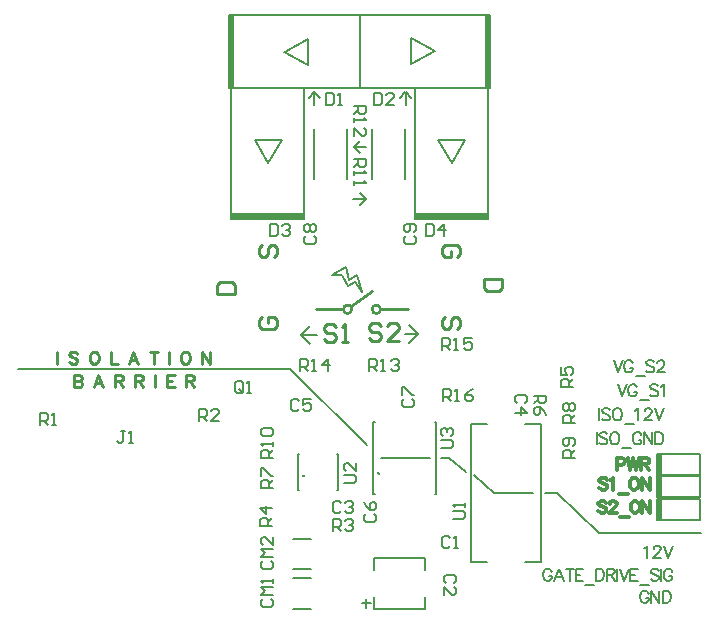
<source format=gto>
G04*
G04 #@! TF.GenerationSoftware,Altium Limited,Altium Designer,23.10.1 (27)*
G04*
G04 Layer_Color=65535*
%FSLAX25Y25*%
%MOIN*%
G70*
G04*
G04 #@! TF.SameCoordinates,48329E4E-80D2-4777-9540-AAF0B2507E0B*
G04*
G04*
G04 #@! TF.FilePolarity,Positive*
G04*
G01*
G75*
%ADD10C,0.01000*%
%ADD11C,0.00800*%
%ADD12C,0.00600*%
%ADD13C,0.01200*%
%ADD14R,0.01100X0.06900*%
%ADD15R,0.24100X0.01300*%
%ADD16R,0.01300X0.24100*%
D10*
X121580Y46998D02*
G03*
X121600Y47000I20J-98D01*
G01*
X96620Y46100D02*
G03*
X96620Y46100I-100J0D01*
G01*
X122298Y101694D02*
G03*
X122298Y101694I-1414J0D01*
G01*
X112712Y101694D02*
G03*
X112712Y101694I-1414J0D01*
G01*
X112298Y102694D02*
X119298Y107694D01*
X122298Y101694D02*
X131298Y101694D01*
X100825Y101669D02*
X109825Y101669D01*
X147798Y119201D02*
X148798Y120201D01*
Y122200D01*
X147798Y123200D01*
X143800D01*
X142800Y122200D01*
Y120201D01*
X143800Y119201D01*
X145799D01*
Y121201D01*
X147798Y95209D02*
X148798Y96209D01*
Y98208D01*
X147798Y99208D01*
X146799D01*
X145799Y98208D01*
Y96209D01*
X144799Y95209D01*
X143800D01*
X142800Y96209D01*
Y98208D01*
X143800Y99208D01*
X162798Y111700D02*
X156800D01*
Y108701D01*
X157800Y107701D01*
X161798D01*
X162798Y108701D01*
Y111700D01*
X67902Y106700D02*
X73900D01*
Y109699D01*
X72900Y110699D01*
X68902D01*
X67902Y109699D01*
Y106700D01*
X82902Y99199D02*
X81902Y98199D01*
Y96200D01*
X82902Y95200D01*
X86900D01*
X87900Y96200D01*
Y98199D01*
X86900Y99199D01*
X84901D01*
Y97199D01*
X82902Y123191D02*
X81902Y122191D01*
Y120192D01*
X82902Y119192D01*
X83901D01*
X84901Y120192D01*
Y122191D01*
X85901Y123191D01*
X86900D01*
X87900Y122191D01*
Y120192D01*
X86900Y119192D01*
X20000Y79699D02*
Y75700D01*
Y79699D02*
X21714D01*
X22285Y79509D01*
X22476Y79318D01*
X22666Y78937D01*
Y78557D01*
X22476Y78176D01*
X22285Y77985D01*
X21714Y77795D01*
X20000D02*
X21714D01*
X22285Y77604D01*
X22476Y77414D01*
X22666Y77033D01*
Y76462D01*
X22476Y76081D01*
X22285Y75890D01*
X21714Y75700D01*
X20000D01*
X29750D02*
X28227Y79699D01*
X26703Y75700D01*
X27275Y77033D02*
X29179D01*
X33826Y79699D02*
Y75700D01*
Y79699D02*
X35539D01*
X36111Y79509D01*
X36301Y79318D01*
X36492Y78937D01*
Y78557D01*
X36301Y78176D01*
X36111Y77985D01*
X35539Y77795D01*
X33826D01*
X35159D02*
X36492Y75700D01*
X40529Y79699D02*
Y75700D01*
Y79699D02*
X42243D01*
X42814Y79509D01*
X43005Y79318D01*
X43195Y78937D01*
Y78557D01*
X43005Y78176D01*
X42814Y77985D01*
X42243Y77795D01*
X40529D01*
X41862D02*
X43195Y75700D01*
X47232Y79699D02*
Y75700D01*
X53688Y79699D02*
X51212D01*
Y75700D01*
X53688D01*
X51212Y77795D02*
X52736D01*
X57497Y79699D02*
Y75700D01*
Y79699D02*
X59211D01*
X59782Y79509D01*
X59972Y79318D01*
X60163Y78937D01*
Y78557D01*
X59972Y78176D01*
X59782Y77985D01*
X59211Y77795D01*
X57497D01*
X58830D02*
X60163Y75700D01*
X14600Y87499D02*
Y83500D01*
X21246Y86928D02*
X20865Y87309D01*
X20294Y87499D01*
X19532D01*
X18961Y87309D01*
X18580Y86928D01*
Y86547D01*
X18770Y86166D01*
X18961Y85976D01*
X19342Y85785D01*
X20484Y85404D01*
X20865Y85214D01*
X21056Y85023D01*
X21246Y84643D01*
Y84071D01*
X20865Y83690D01*
X20294Y83500D01*
X19532D01*
X18961Y83690D01*
X18580Y84071D01*
X26426Y87499D02*
X26045Y87309D01*
X25664Y86928D01*
X25474Y86547D01*
X25283Y85976D01*
Y85023D01*
X25474Y84452D01*
X25664Y84071D01*
X26045Y83690D01*
X26426Y83500D01*
X27188D01*
X27569Y83690D01*
X27950Y84071D01*
X28140Y84452D01*
X28330Y85023D01*
Y85976D01*
X28140Y86547D01*
X27950Y86928D01*
X27569Y87309D01*
X27188Y87499D01*
X26426D01*
X32406D02*
Y83500D01*
X34691D01*
X41318D02*
X39795Y87499D01*
X38271Y83500D01*
X38842Y84833D02*
X40747D01*
X46726Y87499D02*
Y83500D01*
X45393Y87499D02*
X48059D01*
X51678D02*
Y83500D01*
X56801Y87499D02*
X56420Y87309D01*
X56039Y86928D01*
X55848Y86547D01*
X55658Y85976D01*
Y85023D01*
X55848Y84452D01*
X56039Y84071D01*
X56420Y83690D01*
X56801Y83500D01*
X57562D01*
X57943Y83690D01*
X58324Y84071D01*
X58514Y84452D01*
X58705Y85023D01*
Y85976D01*
X58514Y86547D01*
X58324Y86928D01*
X57943Y87309D01*
X57562Y87499D01*
X56801D01*
X62780D02*
Y83500D01*
Y87499D02*
X65446Y83500D01*
Y87499D02*
Y83500D01*
X122300Y95999D02*
X121301Y96999D01*
X119301D01*
X118302Y95999D01*
Y95000D01*
X119301Y94000D01*
X121301D01*
X122300Y93000D01*
Y92001D01*
X121301Y91001D01*
X119301D01*
X118302Y92001D01*
X128298Y91001D02*
X124300D01*
X128298Y95000D01*
Y95999D01*
X127299Y96999D01*
X125299D01*
X124300Y95999D01*
X107600Y95899D02*
X106600Y96899D01*
X104601D01*
X103601Y95899D01*
Y94900D01*
X104601Y93900D01*
X106600D01*
X107600Y92900D01*
Y91901D01*
X106600Y90901D01*
X104601D01*
X103601Y91901D01*
X109599Y90901D02*
X111599D01*
X110599D01*
Y96899D01*
X109599Y95899D01*
D11*
X214300Y31500D02*
X215700D01*
X214300Y38500D02*
X215700D01*
Y31500D02*
Y38500D01*
X214300Y31500D02*
Y38500D01*
X215650Y31500D02*
X228650D01*
X215650Y38500D02*
X228650D01*
Y31500D02*
Y38500D01*
X215650Y31500D02*
Y38500D01*
Y39000D02*
Y46000D01*
X228650Y39000D02*
Y46000D01*
X215650D02*
X228650D01*
X215650Y39000D02*
X228650D01*
X214300D02*
Y46000D01*
X215700Y39000D02*
Y46000D01*
X214300D02*
X215700D01*
X214300Y39000D02*
X215700D01*
X215650Y46500D02*
Y53500D01*
X228650Y46500D02*
Y53500D01*
X215650D02*
X228650D01*
X215650Y46500D02*
X228650D01*
X214300D02*
Y53500D01*
X215700Y46500D02*
Y53500D01*
X214300D02*
X215700D01*
X214300Y46500D02*
X215700D01*
X93100Y14950D02*
X99100D01*
X93100Y25250D02*
X99100D01*
X93100Y1900D02*
X99100D01*
X93100Y12200D02*
X99100D01*
X109398Y112994D02*
X111298Y109394D01*
X110698Y115894D02*
X111798Y111294D01*
X111298Y109394D02*
X113698Y110894D01*
X111798Y111294D02*
X114398Y112994D01*
X106098Y112994D02*
X109398Y112994D01*
X113698Y110894D02*
X115998Y107494D01*
X114398Y112994D02*
X115998Y107494D01*
X106098Y112994D02*
X110698Y115894D01*
X130700Y169800D02*
Y174000D01*
X132600Y172000D01*
X128800D02*
X130600Y174000D01*
X100200Y169900D02*
Y174100D01*
X102100Y172100D01*
X98300D02*
X100100Y174100D01*
X113200Y138400D02*
X117400D01*
X115400Y136500D02*
X117400Y138400D01*
X115400Y140300D02*
X117400Y138500D01*
X113400Y155600D02*
X115400Y153800D01*
X113400Y155700D02*
X115400Y157600D01*
X113400Y155700D02*
X117600D01*
X195000Y27000D02*
X229000D01*
X181000Y40500D02*
X195000Y27000D01*
X1546Y81600D02*
X92142D01*
X177000Y40500D02*
X181000D01*
X160000D02*
X173000D01*
X153500Y46500D02*
X160000Y40500D01*
X122600Y52000D02*
X138800D01*
X145000D02*
X150872Y47596D01*
X142500Y52000D02*
X145000D01*
X92142Y81600D02*
X117792Y56434D01*
X130300Y93400D02*
X134700D01*
X131700Y90400D02*
X134700Y93400D01*
X131700Y96400D02*
X134700Y93400D01*
X95900Y93000D02*
X98900Y90000D01*
X95900Y93000D02*
X98900Y96000D01*
X95900Y93000D02*
X101200D01*
X76400Y74567D02*
Y77233D01*
X75734Y77899D01*
X74401D01*
X73734Y77233D01*
Y74567D01*
X74401Y73901D01*
X75734D01*
X75067Y75234D02*
X76400Y73901D01*
X75734D02*
X76400Y74567D01*
X77733Y73901D02*
X79066D01*
X78399D01*
Y77899D01*
X77733Y77233D01*
X109034Y37133D02*
X108367Y37799D01*
X107034D01*
X106368Y37133D01*
Y34467D01*
X107034Y33801D01*
X108367D01*
X109034Y34467D01*
X110366Y37133D02*
X111033Y37799D01*
X112366D01*
X113032Y37133D01*
Y36466D01*
X112366Y35800D01*
X111699D01*
X112366D01*
X113032Y35134D01*
Y34467D01*
X112366Y33801D01*
X111033D01*
X110366Y34467D01*
X173501Y72932D02*
X177499D01*
Y70933D01*
X176833Y70266D01*
X175500D01*
X174834Y70933D01*
Y72932D01*
Y71599D02*
X173501Y70266D01*
X177499Y66268D02*
X176833Y67601D01*
X175500Y68933D01*
X174167D01*
X173501Y68267D01*
Y66934D01*
X174167Y66268D01*
X174834D01*
X175500Y66934D01*
Y68933D01*
X146933Y10367D02*
X147599Y11033D01*
Y12366D01*
X146933Y13032D01*
X144267D01*
X143601Y12366D01*
Y11033D01*
X144267Y10367D01*
X143601Y6368D02*
Y9033D01*
X146266Y6368D01*
X146933D01*
X147599Y7034D01*
Y8367D01*
X146933Y9033D01*
X210230Y22038D02*
X210611Y22228D01*
X211182Y22800D01*
Y18800D01*
X213353Y21847D02*
Y22038D01*
X213543Y22419D01*
X213734Y22609D01*
X214114Y22800D01*
X214876D01*
X215257Y22609D01*
X215447Y22419D01*
X215638Y22038D01*
Y21657D01*
X215447Y21276D01*
X215067Y20705D01*
X213162Y18800D01*
X215828D01*
X216723Y22800D02*
X218247Y18800D01*
X219770Y22800D02*
X218247Y18800D01*
X186999Y52168D02*
X183001D01*
Y54167D01*
X183667Y54834D01*
X185000D01*
X185667Y54167D01*
Y52168D01*
Y53501D02*
X186999Y54834D01*
X186333Y56166D02*
X186999Y56833D01*
Y58166D01*
X186333Y58832D01*
X183667D01*
X183001Y58166D01*
Y56833D01*
X183667Y56166D01*
X184334D01*
X185000Y56833D01*
Y58832D01*
X179318Y14214D02*
X179128Y14595D01*
X178747Y14976D01*
X178366Y15166D01*
X177604D01*
X177224Y14976D01*
X176843Y14595D01*
X176652Y14214D01*
X176462Y13643D01*
Y12690D01*
X176652Y12119D01*
X176843Y11738D01*
X177224Y11357D01*
X177604Y11167D01*
X178366D01*
X178747Y11357D01*
X179128Y11738D01*
X179318Y12119D01*
Y12690D01*
X178366D02*
X179318D01*
X183279Y11167D02*
X181756Y15166D01*
X180232Y11167D01*
X180804Y12500D02*
X182708D01*
X185546Y15166D02*
Y11167D01*
X184213Y15166D02*
X186879D01*
X189830D02*
X187355D01*
Y11167D01*
X189830D01*
X187355Y13262D02*
X188878D01*
X190497Y9834D02*
X193544D01*
X194058Y15166D02*
Y11167D01*
Y15166D02*
X195391D01*
X195962Y14976D01*
X196343Y14595D01*
X196534Y14214D01*
X196724Y13643D01*
Y12690D01*
X196534Y12119D01*
X196343Y11738D01*
X195962Y11357D01*
X195391Y11167D01*
X194058D01*
X197619Y15166D02*
Y11167D01*
Y15166D02*
X199333D01*
X199904Y14976D01*
X200095Y14785D01*
X200285Y14404D01*
Y14024D01*
X200095Y13643D01*
X199904Y13452D01*
X199333Y13262D01*
X197619D01*
X198952D02*
X200285Y11167D01*
X201180Y15166D02*
Y11167D01*
X202018Y15166D02*
X203542Y11167D01*
X205065Y15166D02*
X203542Y11167D01*
X208055Y15166D02*
X205579D01*
Y11167D01*
X208055D01*
X205579Y13262D02*
X207103D01*
X208721Y9834D02*
X211769D01*
X214949Y14595D02*
X214568Y14976D01*
X213997Y15166D01*
X213235D01*
X212664Y14976D01*
X212283Y14595D01*
Y14214D01*
X212473Y13833D01*
X212664Y13643D01*
X213044Y13452D01*
X214187Y13071D01*
X214568Y12881D01*
X214758Y12690D01*
X214949Y12310D01*
Y11738D01*
X214568Y11357D01*
X213997Y11167D01*
X213235D01*
X212664Y11357D01*
X212283Y11738D01*
X215844Y15166D02*
Y11167D01*
X219538Y14214D02*
X219348Y14595D01*
X218967Y14976D01*
X218586Y15166D01*
X217824D01*
X217443Y14976D01*
X217063Y14595D01*
X216872Y14214D01*
X216682Y13643D01*
Y12690D01*
X216872Y12119D01*
X217063Y11738D01*
X217443Y11357D01*
X217824Y11167D01*
X218586D01*
X218967Y11357D01*
X219348Y11738D01*
X219538Y12119D01*
Y12690D01*
X218586D02*
X219538D01*
X194426Y60666D02*
Y56667D01*
X197930Y60095D02*
X197549Y60476D01*
X196978Y60666D01*
X196216D01*
X195645Y60476D01*
X195264Y60095D01*
Y59714D01*
X195455Y59333D01*
X195645Y59143D01*
X196026Y58952D01*
X197169Y58571D01*
X197549Y58381D01*
X197740Y58190D01*
X197930Y57810D01*
Y57238D01*
X197549Y56857D01*
X196978Y56667D01*
X196216D01*
X195645Y56857D01*
X195264Y57238D01*
X199968Y60666D02*
X199587Y60476D01*
X199206Y60095D01*
X199016Y59714D01*
X198825Y59143D01*
Y58190D01*
X199016Y57619D01*
X199206Y57238D01*
X199587Y56857D01*
X199968Y56667D01*
X200730D01*
X201111Y56857D01*
X201491Y57238D01*
X201682Y57619D01*
X201872Y58190D01*
Y59143D01*
X201682Y59714D01*
X201491Y60095D01*
X201111Y60476D01*
X200730Y60666D01*
X199968D01*
X202805Y55334D02*
X205852D01*
X209223Y59714D02*
X209033Y60095D01*
X208652Y60476D01*
X208271Y60666D01*
X207509D01*
X207128Y60476D01*
X206747Y60095D01*
X206557Y59714D01*
X206366Y59143D01*
Y58190D01*
X206557Y57619D01*
X206747Y57238D01*
X207128Y56857D01*
X207509Y56667D01*
X208271D01*
X208652Y56857D01*
X209033Y57238D01*
X209223Y57619D01*
Y58190D01*
X208271D02*
X209223D01*
X210137Y60666D02*
Y56667D01*
Y60666D02*
X212803Y56667D01*
Y60666D02*
Y56667D01*
X213908Y60666D02*
Y56667D01*
Y60666D02*
X215241D01*
X215812Y60476D01*
X216193Y60095D01*
X216383Y59714D01*
X216574Y59143D01*
Y58190D01*
X216383Y57619D01*
X216193Y57238D01*
X215812Y56857D01*
X215241Y56667D01*
X213908D01*
X195259Y68666D02*
Y64667D01*
X198764Y68095D02*
X198383Y68476D01*
X197811Y68666D01*
X197049D01*
X196478Y68476D01*
X196097Y68095D01*
Y67714D01*
X196288Y67333D01*
X196478Y67143D01*
X196859Y66952D01*
X198002Y66571D01*
X198383Y66381D01*
X198573Y66190D01*
X198764Y65810D01*
Y65238D01*
X198383Y64857D01*
X197811Y64667D01*
X197049D01*
X196478Y64857D01*
X196097Y65238D01*
X200801Y68666D02*
X200420Y68476D01*
X200039Y68095D01*
X199849Y67714D01*
X199659Y67143D01*
Y66190D01*
X199849Y65619D01*
X200039Y65238D01*
X200420Y64857D01*
X200801Y64667D01*
X201563D01*
X201944Y64857D01*
X202325Y65238D01*
X202515Y65619D01*
X202706Y66190D01*
Y67143D01*
X202515Y67714D01*
X202325Y68095D01*
X201944Y68476D01*
X201563Y68666D01*
X200801D01*
X203639Y63334D02*
X206686D01*
X207200Y67904D02*
X207581Y68095D01*
X208152Y68666D01*
Y64667D01*
X210323Y67714D02*
Y67904D01*
X210513Y68285D01*
X210704Y68476D01*
X211085Y68666D01*
X211846D01*
X212227Y68476D01*
X212418Y68285D01*
X212608Y67904D01*
Y67523D01*
X212418Y67143D01*
X212037Y66571D01*
X210133Y64667D01*
X212799D01*
X213694Y68666D02*
X215217Y64667D01*
X216741Y68666D02*
X215217Y64667D01*
X211653Y6847D02*
X211462Y7228D01*
X211082Y7609D01*
X210701Y7800D01*
X209939D01*
X209558Y7609D01*
X209177Y7228D01*
X208987Y6847D01*
X208796Y6276D01*
Y5324D01*
X208987Y4753D01*
X209177Y4372D01*
X209558Y3991D01*
X209939Y3800D01*
X210701D01*
X211082Y3991D01*
X211462Y4372D01*
X211653Y4753D01*
Y5324D01*
X210701D02*
X211653D01*
X212567Y7800D02*
Y3800D01*
Y7800D02*
X215233Y3800D01*
Y7800D02*
Y3800D01*
X216338Y7800D02*
Y3800D01*
Y7800D02*
X217671D01*
X218242Y7609D01*
X218623Y7228D01*
X218813Y6847D01*
X219004Y6276D01*
Y5324D01*
X218813Y4753D01*
X218623Y4372D01*
X218242Y3991D01*
X217671Y3800D01*
X216338D01*
X199940Y84666D02*
X201463Y80667D01*
X202987Y84666D02*
X201463Y80667D01*
X206358Y83714D02*
X206167Y84095D01*
X205786Y84476D01*
X205405Y84666D01*
X204644D01*
X204263Y84476D01*
X203882Y84095D01*
X203692Y83714D01*
X203501Y83143D01*
Y82190D01*
X203692Y81619D01*
X203882Y81238D01*
X204263Y80857D01*
X204644Y80667D01*
X205405D01*
X205786Y80857D01*
X206167Y81238D01*
X206358Y81619D01*
Y82190D01*
X205405D02*
X206358D01*
X207272Y79334D02*
X210319D01*
X213499Y84095D02*
X213118Y84476D01*
X212547Y84666D01*
X211785D01*
X211214Y84476D01*
X210833Y84095D01*
Y83714D01*
X211023Y83333D01*
X211214Y83143D01*
X211595Y82952D01*
X212737Y82571D01*
X213118Y82381D01*
X213309Y82190D01*
X213499Y81810D01*
Y81238D01*
X213118Y80857D01*
X212547Y80667D01*
X211785D01*
X211214Y80857D01*
X210833Y81238D01*
X214584Y83714D02*
Y83904D01*
X214775Y84285D01*
X214965Y84476D01*
X215346Y84666D01*
X216108D01*
X216489Y84476D01*
X216679Y84285D01*
X216870Y83904D01*
Y83523D01*
X216679Y83143D01*
X216298Y82571D01*
X214394Y80667D01*
X217060D01*
X95602Y81201D02*
Y85199D01*
X97601D01*
X98267Y84533D01*
Y83200D01*
X97601Y82534D01*
X95602D01*
X96934D02*
X98267Y81201D01*
X99600D02*
X100933D01*
X100267D01*
Y85199D01*
X99600Y84533D01*
X104932Y81201D02*
Y85199D01*
X102933Y83200D01*
X105598D01*
X118502Y81101D02*
Y85099D01*
X120501D01*
X121167Y84433D01*
Y83100D01*
X120501Y82434D01*
X118502D01*
X119834D02*
X121167Y81101D01*
X122500D02*
X123833D01*
X123167D01*
Y85099D01*
X122500Y84433D01*
X125833D02*
X126499Y85099D01*
X127832D01*
X128498Y84433D01*
Y83766D01*
X127832Y83100D01*
X127165D01*
X127832D01*
X128498Y82434D01*
Y81767D01*
X127832Y81101D01*
X126499D01*
X125833Y81767D01*
X142501Y55368D02*
X145833D01*
X146499Y56034D01*
Y57367D01*
X145833Y58034D01*
X142501D01*
X143167Y59367D02*
X142501Y60033D01*
Y61366D01*
X143167Y62032D01*
X143833D01*
X144500Y61366D01*
Y60699D01*
Y61366D01*
X145167Y62032D01*
X145833D01*
X146499Y61366D01*
Y60033D01*
X145833Y59367D01*
X110001Y43768D02*
X113333D01*
X113999Y44434D01*
Y45767D01*
X113333Y46434D01*
X110001D01*
X113999Y50432D02*
Y47767D01*
X111334Y50432D01*
X110667D01*
X110001Y49766D01*
Y48433D01*
X110667Y47767D01*
X146601Y31734D02*
X149933D01*
X150599Y32401D01*
Y33734D01*
X149933Y34400D01*
X146601D01*
X150599Y35733D02*
Y37066D01*
Y36399D01*
X146601D01*
X147267Y35733D01*
X201297Y76666D02*
X202820Y72667D01*
X204344Y76666D02*
X202820Y72667D01*
X207715Y75714D02*
X207524Y76095D01*
X207143Y76476D01*
X206762Y76666D01*
X206001D01*
X205620Y76476D01*
X205239Y76095D01*
X205048Y75714D01*
X204858Y75143D01*
Y74190D01*
X205048Y73619D01*
X205239Y73238D01*
X205620Y72857D01*
X206001Y72667D01*
X206762D01*
X207143Y72857D01*
X207524Y73238D01*
X207715Y73619D01*
Y74190D01*
X206762D02*
X207715D01*
X208629Y71334D02*
X211676D01*
X214856Y76095D02*
X214475Y76476D01*
X213904Y76666D01*
X213142D01*
X212571Y76476D01*
X212190Y76095D01*
Y75714D01*
X212380Y75333D01*
X212571Y75143D01*
X212951Y74952D01*
X214094Y74571D01*
X214475Y74381D01*
X214666Y74190D01*
X214856Y73810D01*
Y73238D01*
X214475Y72857D01*
X213904Y72667D01*
X213142D01*
X212571Y72857D01*
X212190Y73238D01*
X215751Y75904D02*
X216132Y76095D01*
X216703Y76666D01*
Y72667D01*
X143002Y71201D02*
Y75199D01*
X145001D01*
X145667Y74533D01*
Y73200D01*
X145001Y72534D01*
X143002D01*
X144334D02*
X145667Y71201D01*
X147000D02*
X148333D01*
X147667D01*
Y75199D01*
X147000Y74533D01*
X152998Y75199D02*
X151665Y74533D01*
X150333Y73200D01*
Y71867D01*
X150999Y71201D01*
X152332D01*
X152998Y71867D01*
Y72534D01*
X152332Y73200D01*
X150333D01*
X142702Y88001D02*
Y91999D01*
X144701D01*
X145367Y91333D01*
Y90000D01*
X144701Y89334D01*
X142702D01*
X144035D02*
X145367Y88001D01*
X146700D02*
X148033D01*
X147367D01*
Y91999D01*
X146700Y91333D01*
X152698Y91999D02*
X150033D01*
Y90000D01*
X151365Y90666D01*
X152032D01*
X152698Y90000D01*
Y88667D01*
X152032Y88001D01*
X150699D01*
X150033Y88667D01*
X113401Y169298D02*
X117399D01*
Y167299D01*
X116733Y166633D01*
X115400D01*
X114734Y167299D01*
Y169298D01*
Y167965D02*
X113401Y166633D01*
Y165300D02*
Y163967D01*
Y164633D01*
X117399D01*
X116733Y165300D01*
X113401Y159302D02*
Y161967D01*
X116067Y159302D01*
X116733D01*
X117399Y159968D01*
Y161301D01*
X116733Y161967D01*
X113401Y151632D02*
X117399D01*
Y149633D01*
X116733Y148966D01*
X115400D01*
X114734Y149633D01*
Y151632D01*
Y150299D02*
X113401Y148966D01*
Y147633D02*
Y146300D01*
Y146967D01*
X117399D01*
X116733Y147633D01*
X113401Y144301D02*
Y142968D01*
Y143634D01*
X117399D01*
X116733Y144301D01*
X86299Y52102D02*
X82301D01*
Y54101D01*
X82967Y54767D01*
X84300D01*
X84966Y54101D01*
Y52102D01*
Y53434D02*
X86299Y54767D01*
Y56100D02*
Y57433D01*
Y56767D01*
X82301D01*
X82967Y56100D01*
Y59433D02*
X82301Y60099D01*
Y61432D01*
X82967Y62098D01*
X85633D01*
X86299Y61432D01*
Y60099D01*
X85633Y59433D01*
X82967D01*
X186999Y63668D02*
X183001D01*
Y65667D01*
X183667Y66334D01*
X185000D01*
X185667Y65667D01*
Y63668D01*
Y65001D02*
X186999Y66334D01*
X183667Y67667D02*
X183001Y68333D01*
Y69666D01*
X183667Y70332D01*
X184334D01*
X185000Y69666D01*
X185667Y70332D01*
X186333D01*
X186999Y69666D01*
Y68333D01*
X186333Y67667D01*
X185667D01*
X185000Y68333D01*
X184334Y67667D01*
X183667D01*
X185000Y68333D02*
Y69666D01*
X86299Y41968D02*
X82301D01*
Y43967D01*
X82967Y44634D01*
X84300D01*
X84966Y43967D01*
Y41968D01*
Y43301D02*
X86299Y44634D01*
X82301Y45967D02*
Y48632D01*
X82967D01*
X85633Y45967D01*
X86299D01*
X186499Y75868D02*
X182501D01*
Y77867D01*
X183167Y78534D01*
X184500D01*
X185167Y77867D01*
Y75868D01*
Y77201D02*
X186499Y78534D01*
X182501Y82532D02*
Y79866D01*
X184500D01*
X183834Y81199D01*
Y81866D01*
X184500Y82532D01*
X185833D01*
X186499Y81866D01*
Y80533D01*
X185833Y79866D01*
X86199Y29568D02*
X82201D01*
Y31567D01*
X82867Y32234D01*
X84200D01*
X84866Y31567D01*
Y29568D01*
Y30901D02*
X86199Y32234D01*
Y35566D02*
X82201D01*
X84200Y33566D01*
Y36232D01*
X106368Y27901D02*
Y31899D01*
X108367D01*
X109034Y31233D01*
Y29900D01*
X108367Y29234D01*
X106368D01*
X107701D02*
X109034Y27901D01*
X110366Y31233D02*
X111033Y31899D01*
X112366D01*
X113032Y31233D01*
Y30566D01*
X112366Y29900D01*
X111699D01*
X112366D01*
X113032Y29234D01*
Y28567D01*
X112366Y27901D01*
X111033D01*
X110366Y28567D01*
X61668Y64401D02*
Y68399D01*
X63667D01*
X64334Y67733D01*
Y66400D01*
X63667Y65734D01*
X61668D01*
X63001D02*
X64334Y64401D01*
X68332D02*
X65667D01*
X68332Y67066D01*
Y67733D01*
X67666Y68399D01*
X66333D01*
X65667Y67733D01*
X8934Y63101D02*
Y67099D01*
X10933D01*
X11600Y66433D01*
Y65100D01*
X10933Y64434D01*
X8934D01*
X10267D02*
X11600Y63101D01*
X12933D02*
X14266D01*
X13599D01*
Y67099D01*
X12933Y66433D01*
X37200Y60999D02*
X35867D01*
X36534D01*
Y57667D01*
X35867Y57001D01*
X35201D01*
X34534Y57667D01*
X38533Y57001D02*
X39866D01*
X39199D01*
Y60999D01*
X38533Y60333D01*
X137468Y130099D02*
Y126101D01*
X139467D01*
X140134Y126767D01*
Y129433D01*
X139467Y130099D01*
X137468D01*
X143466Y126101D02*
Y130099D01*
X141466Y128100D01*
X144132D01*
X85468Y130199D02*
Y126201D01*
X87467D01*
X88134Y126867D01*
Y129533D01*
X87467Y130199D01*
X85468D01*
X89467Y129533D02*
X90133Y130199D01*
X91466D01*
X92132Y129533D01*
Y128867D01*
X91466Y128200D01*
X90799D01*
X91466D01*
X92132Y127533D01*
Y126867D01*
X91466Y126201D01*
X90133D01*
X89467Y126867D01*
X120268Y173799D02*
Y169801D01*
X122267D01*
X122933Y170467D01*
Y173133D01*
X122267Y173799D01*
X120268D01*
X126932Y169801D02*
X124267D01*
X126932Y172467D01*
Y173133D01*
X126266Y173799D01*
X124933D01*
X124267Y173133D01*
X104134Y173799D02*
Y169801D01*
X106133D01*
X106800Y170467D01*
Y173133D01*
X106133Y173799D01*
X104134D01*
X108133Y169801D02*
X109466D01*
X108799D01*
Y173799D01*
X108133Y173133D01*
X83067Y17734D02*
X82401Y17068D01*
Y15735D01*
X83067Y15068D01*
X85733D01*
X86399Y15735D01*
Y17068D01*
X85733Y17734D01*
X86399Y19067D02*
X82401D01*
X83733Y20400D01*
X82401Y21733D01*
X86399D01*
Y25732D02*
Y23066D01*
X83733Y25732D01*
X83067D01*
X82401Y25065D01*
Y23732D01*
X83067Y23066D01*
X83167Y5201D02*
X82501Y4534D01*
Y3201D01*
X83167Y2535D01*
X85833D01*
X86499Y3201D01*
Y4534D01*
X85833Y5201D01*
X86499Y6533D02*
X82501D01*
X83834Y7867D01*
X82501Y9199D01*
X86499D01*
Y10532D02*
Y11865D01*
Y11199D01*
X82501D01*
X83167Y10532D01*
X130667Y126134D02*
X130001Y125467D01*
Y124134D01*
X130667Y123468D01*
X133333D01*
X133999Y124134D01*
Y125467D01*
X133333Y126134D01*
Y127466D02*
X133999Y128133D01*
Y129466D01*
X133333Y130132D01*
X130667D01*
X130001Y129466D01*
Y128133D01*
X130667Y127466D01*
X131333D01*
X132000Y128133D01*
Y130132D01*
X97367Y126233D02*
X96701Y125567D01*
Y124234D01*
X97367Y123568D01*
X100033D01*
X100699Y124234D01*
Y125567D01*
X100033Y126233D01*
X97367Y127567D02*
X96701Y128233D01*
Y129566D01*
X97367Y130232D01*
X98034D01*
X98700Y129566D01*
X99366Y130232D01*
X100033D01*
X100699Y129566D01*
Y128233D01*
X100033Y127567D01*
X99366D01*
X98700Y128233D01*
X98034Y127567D01*
X97367D01*
X98700Y128233D02*
Y129566D01*
X130167Y71634D02*
X129501Y70967D01*
Y69634D01*
X130167Y68968D01*
X132833D01*
X133499Y69634D01*
Y70967D01*
X132833Y71634D01*
X129501Y72966D02*
Y75632D01*
X130167D01*
X132833Y72966D01*
X133499D01*
X117467Y33434D02*
X116801Y32767D01*
Y31434D01*
X117467Y30768D01*
X120133D01*
X120799Y31434D01*
Y32767D01*
X120133Y33434D01*
X116801Y37432D02*
X117467Y36099D01*
X118800Y34767D01*
X120133D01*
X120799Y35433D01*
Y36766D01*
X120133Y37432D01*
X119466D01*
X118800Y36766D01*
Y34767D01*
X95134Y71233D02*
X94467Y71899D01*
X93134D01*
X92468Y71233D01*
Y68567D01*
X93134Y67901D01*
X94467D01*
X95134Y68567D01*
X99132Y71899D02*
X96466D01*
Y69900D01*
X97799Y70566D01*
X98466D01*
X99132Y69900D01*
Y68567D01*
X98466Y67901D01*
X97133D01*
X96466Y68567D01*
X170433Y70366D02*
X171099Y71033D01*
Y72366D01*
X170433Y73032D01*
X167767D01*
X167101Y72366D01*
Y71033D01*
X167767Y70366D01*
X167101Y67034D02*
X171099D01*
X169100Y69033D01*
Y66368D01*
X145400Y25433D02*
X144734Y26099D01*
X143401D01*
X142734Y25433D01*
Y22767D01*
X143401Y22101D01*
X144734D01*
X145400Y22767D01*
X146733Y22101D02*
X148066D01*
X147399D01*
Y26099D01*
X146733Y25433D01*
D12*
X120100Y14700D02*
Y18700D01*
X137100D01*
Y14700D02*
Y18700D01*
Y1700D02*
Y5700D01*
X120100Y1700D02*
Y5700D01*
Y1700D02*
X137100D01*
X117600Y2200D02*
Y5200D01*
X116100Y3700D02*
X119100D01*
X140300Y64000D02*
X140800D01*
Y40000D02*
Y64000D01*
X140300Y40000D02*
X140800D01*
X119800Y64000D02*
X120300D01*
X119800Y40000D02*
Y64000D01*
Y40000D02*
X120300D01*
X94720Y53400D02*
X95120D01*
X94720Y41400D02*
Y53400D01*
X107820D02*
X108220D01*
Y41400D02*
Y53400D01*
X107820Y41400D02*
X108220D01*
X94720D02*
X95120D01*
X152300Y17400D02*
X157800D01*
X152300D02*
Y63400D01*
X157800D01*
X170400Y17400D02*
X175900D01*
Y63400D01*
X170400D02*
X175900D01*
X100100Y145000D02*
Y161600D01*
X111100Y145000D02*
Y161600D01*
X130600Y145000D02*
Y161600D01*
X119600Y145000D02*
Y161600D01*
X141595Y158197D02*
X150550D01*
X141595D02*
X146039Y150500D01*
X146050Y150403D02*
X150550Y158197D01*
X133800Y131900D02*
Y133200D01*
X158000Y131900D02*
Y133200D01*
X133800D02*
X158000D01*
X133800Y131900D02*
X158000D01*
X133800Y133400D02*
Y175500D01*
X158000Y133400D02*
Y175500D01*
X133800D02*
X158000D01*
X133800Y133400D02*
X158000D01*
X80395Y158197D02*
X89350D01*
X80395D02*
X84839Y150500D01*
X84850Y150403D02*
X89350Y158197D01*
X72600Y131900D02*
Y133200D01*
X96800Y131900D02*
Y133200D01*
X72600D02*
X96800D01*
X72600Y131900D02*
X96800D01*
X72600Y133400D02*
Y175500D01*
X96800Y133400D02*
Y175500D01*
X72600D02*
X96800D01*
X72600Y133400D02*
X96800D01*
X132603Y183295D02*
Y192250D01*
Y183295D02*
X140300Y187739D01*
X132603Y192250D02*
X140397Y187750D01*
X157600Y175500D02*
X158900D01*
X157600Y199700D02*
X158900D01*
X157600Y175500D02*
Y199700D01*
X158900Y175500D02*
Y199700D01*
X115300Y175500D02*
X157400D01*
X115300Y199700D02*
X157400D01*
X115300Y175500D02*
Y199700D01*
X157400Y175500D02*
Y199700D01*
X97997Y182950D02*
Y191905D01*
X90300Y187461D02*
X97997Y191905D01*
X90203Y187450D02*
X97997Y182950D01*
X71700Y199700D02*
X73000D01*
X71700Y175500D02*
X73000D01*
Y199700D01*
X71700Y175500D02*
Y199700D01*
X73200D02*
X115300D01*
X73200Y175500D02*
X115300D01*
Y199700D01*
X73200Y175500D02*
Y199700D01*
D13*
X197601Y37195D02*
X197220Y37576D01*
X196649Y37766D01*
X195887D01*
X195316Y37576D01*
X194935Y37195D01*
Y36814D01*
X195126Y36433D01*
X195316Y36243D01*
X195697Y36052D01*
X196839Y35671D01*
X197220Y35481D01*
X197411Y35290D01*
X197601Y34910D01*
Y34338D01*
X197220Y33957D01*
X196649Y33767D01*
X195887D01*
X195316Y33957D01*
X194935Y34338D01*
X198687Y36814D02*
Y37004D01*
X198877Y37385D01*
X199068Y37576D01*
X199449Y37766D01*
X200210D01*
X200591Y37576D01*
X200781Y37385D01*
X200972Y37004D01*
Y36623D01*
X200781Y36243D01*
X200401Y35671D01*
X198496Y33767D01*
X201162D01*
X202058Y32434D02*
X205104D01*
X206761Y37766D02*
X206380Y37576D01*
X205999Y37195D01*
X205809Y36814D01*
X205619Y36243D01*
Y35290D01*
X205809Y34719D01*
X205999Y34338D01*
X206380Y33957D01*
X206761Y33767D01*
X207523D01*
X207904Y33957D01*
X208285Y34338D01*
X208475Y34719D01*
X208666Y35290D01*
Y36243D01*
X208475Y36814D01*
X208285Y37195D01*
X207904Y37576D01*
X207523Y37766D01*
X206761D01*
X209599D02*
Y33767D01*
Y37766D02*
X212265Y33767D01*
Y37766D02*
Y33767D01*
X197915Y44895D02*
X197535Y45276D01*
X196963Y45466D01*
X196202D01*
X195630Y45276D01*
X195249Y44895D01*
Y44514D01*
X195440Y44133D01*
X195630Y43943D01*
X196011Y43752D01*
X197154Y43371D01*
X197535Y43181D01*
X197725Y42990D01*
X197915Y42610D01*
Y42038D01*
X197535Y41657D01*
X196963Y41467D01*
X196202D01*
X195630Y41657D01*
X195249Y42038D01*
X198811Y44704D02*
X199191Y44895D01*
X199763Y45466D01*
Y41467D01*
X201743Y40134D02*
X204790D01*
X206447Y45466D02*
X206066Y45276D01*
X205685Y44895D01*
X205495Y44514D01*
X205304Y43943D01*
Y42990D01*
X205495Y42419D01*
X205685Y42038D01*
X206066Y41657D01*
X206447Y41467D01*
X207209D01*
X207590Y41657D01*
X207970Y42038D01*
X208161Y42419D01*
X208351Y42990D01*
Y43943D01*
X208161Y44514D01*
X207970Y44895D01*
X207590Y45276D01*
X207209Y45466D01*
X206447D01*
X209284D02*
Y41467D01*
Y45466D02*
X211951Y41467D01*
Y45466D02*
Y41467D01*
X201082Y49905D02*
X202796D01*
X203367Y50095D01*
X203558Y50286D01*
X203748Y50666D01*
Y51238D01*
X203558Y51619D01*
X203367Y51809D01*
X202796Y52000D01*
X201082D01*
Y48000D01*
X204643Y52000D02*
X205595Y48000D01*
X206548Y52000D02*
X205595Y48000D01*
X206548Y52000D02*
X207500Y48000D01*
X208452Y52000D02*
X207500Y48000D01*
X209252Y52000D02*
Y48000D01*
Y52000D02*
X210966D01*
X211537Y51809D01*
X211727Y51619D01*
X211918Y51238D01*
Y50857D01*
X211727Y50476D01*
X211537Y50286D01*
X210966Y50095D01*
X209252D01*
X210585D02*
X211918Y48000D01*
D14*
X214950Y35050D02*
D03*
Y42550D02*
D03*
Y50050D02*
D03*
D15*
X145850Y132550D02*
D03*
X84650D02*
D03*
D16*
X158250Y187550D02*
D03*
X72350Y187650D02*
D03*
M02*

</source>
